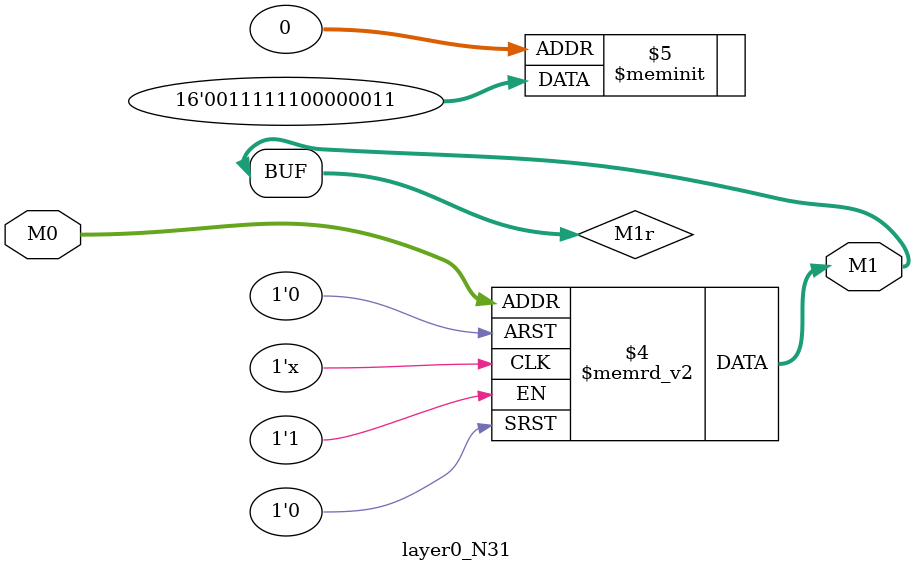
<source format=v>
module layer0_N31 ( input [2:0] M0, output [1:0] M1 );

	(*rom_style = "distributed" *) reg [1:0] M1r;
	assign M1 = M1r;
	always @ (M0) begin
		case (M0)
			3'b000: M1r = 2'b11;
			3'b100: M1r = 2'b11;
			3'b010: M1r = 2'b00;
			3'b110: M1r = 2'b11;
			3'b001: M1r = 2'b00;
			3'b101: M1r = 2'b11;
			3'b011: M1r = 2'b00;
			3'b111: M1r = 2'b00;

		endcase
	end
endmodule

</source>
